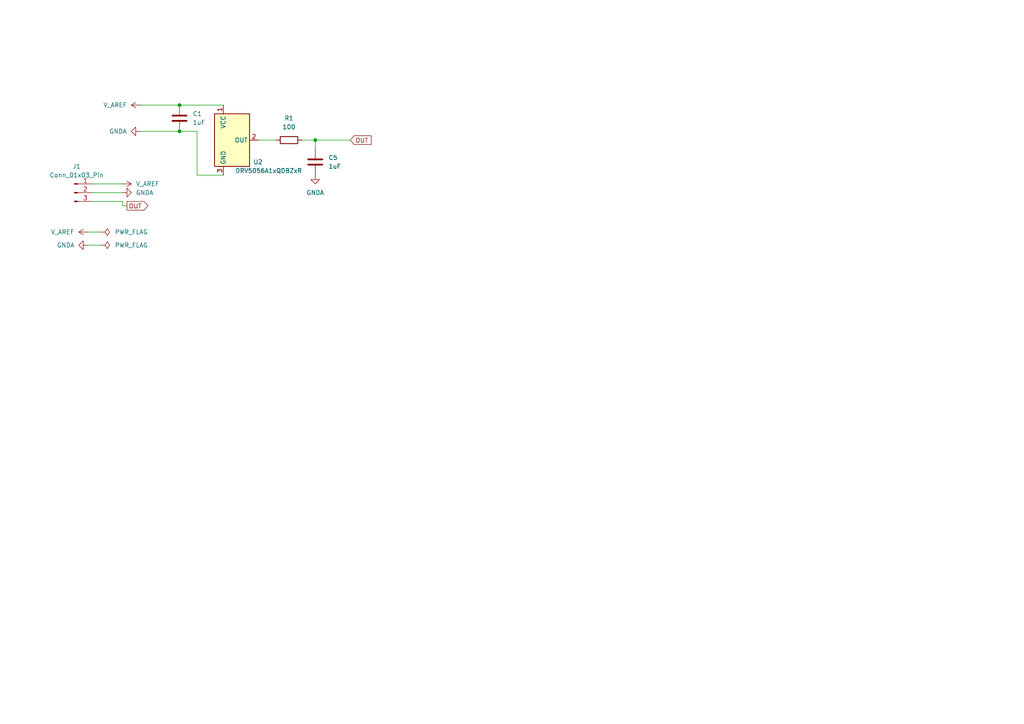
<source format=kicad_sch>
(kicad_sch
	(version 20231120)
	(generator "eeschema")
	(generator_version "8.0")
	(uuid "bc912bb6-7985-407f-bcee-658a2bff2f4b")
	(paper "A4")
	(lib_symbols
		(symbol "Connector:Conn_01x03_Pin"
			(pin_names
				(offset 1.016) hide)
			(exclude_from_sim no)
			(in_bom yes)
			(on_board yes)
			(property "Reference" "J"
				(at 0 5.08 0)
				(effects
					(font
						(size 1.27 1.27)
					)
				)
			)
			(property "Value" "Conn_01x03_Pin"
				(at 0 -5.08 0)
				(effects
					(font
						(size 1.27 1.27)
					)
				)
			)
			(property "Footprint" ""
				(at 0 0 0)
				(effects
					(font
						(size 1.27 1.27)
					)
					(hide yes)
				)
			)
			(property "Datasheet" "~"
				(at 0 0 0)
				(effects
					(font
						(size 1.27 1.27)
					)
					(hide yes)
				)
			)
			(property "Description" "Generic connector, single row, 01x03, script generated"
				(at 0 0 0)
				(effects
					(font
						(size 1.27 1.27)
					)
					(hide yes)
				)
			)
			(property "ki_locked" ""
				(at 0 0 0)
				(effects
					(font
						(size 1.27 1.27)
					)
				)
			)
			(property "ki_keywords" "connector"
				(at 0 0 0)
				(effects
					(font
						(size 1.27 1.27)
					)
					(hide yes)
				)
			)
			(property "ki_fp_filters" "Connector*:*_1x??_*"
				(at 0 0 0)
				(effects
					(font
						(size 1.27 1.27)
					)
					(hide yes)
				)
			)
			(symbol "Conn_01x03_Pin_1_1"
				(polyline
					(pts
						(xy 1.27 -2.54) (xy 0.8636 -2.54)
					)
					(stroke
						(width 0.1524)
						(type default)
					)
					(fill
						(type none)
					)
				)
				(polyline
					(pts
						(xy 1.27 0) (xy 0.8636 0)
					)
					(stroke
						(width 0.1524)
						(type default)
					)
					(fill
						(type none)
					)
				)
				(polyline
					(pts
						(xy 1.27 2.54) (xy 0.8636 2.54)
					)
					(stroke
						(width 0.1524)
						(type default)
					)
					(fill
						(type none)
					)
				)
				(rectangle
					(start 0.8636 -2.413)
					(end 0 -2.667)
					(stroke
						(width 0.1524)
						(type default)
					)
					(fill
						(type outline)
					)
				)
				(rectangle
					(start 0.8636 0.127)
					(end 0 -0.127)
					(stroke
						(width 0.1524)
						(type default)
					)
					(fill
						(type outline)
					)
				)
				(rectangle
					(start 0.8636 2.667)
					(end 0 2.413)
					(stroke
						(width 0.1524)
						(type default)
					)
					(fill
						(type outline)
					)
				)
				(pin passive line
					(at 5.08 2.54 180)
					(length 3.81)
					(name "Pin_1"
						(effects
							(font
								(size 1.27 1.27)
							)
						)
					)
					(number "1"
						(effects
							(font
								(size 1.27 1.27)
							)
						)
					)
				)
				(pin passive line
					(at 5.08 0 180)
					(length 3.81)
					(name "Pin_2"
						(effects
							(font
								(size 1.27 1.27)
							)
						)
					)
					(number "2"
						(effects
							(font
								(size 1.27 1.27)
							)
						)
					)
				)
				(pin passive line
					(at 5.08 -2.54 180)
					(length 3.81)
					(name "Pin_3"
						(effects
							(font
								(size 1.27 1.27)
							)
						)
					)
					(number "3"
						(effects
							(font
								(size 1.27 1.27)
							)
						)
					)
				)
			)
		)
		(symbol "Device:C"
			(pin_numbers hide)
			(pin_names
				(offset 0.254)
			)
			(exclude_from_sim no)
			(in_bom yes)
			(on_board yes)
			(property "Reference" "C"
				(at 0.635 2.54 0)
				(effects
					(font
						(size 1.27 1.27)
					)
					(justify left)
				)
			)
			(property "Value" "C"
				(at 0.635 -2.54 0)
				(effects
					(font
						(size 1.27 1.27)
					)
					(justify left)
				)
			)
			(property "Footprint" ""
				(at 0.9652 -3.81 0)
				(effects
					(font
						(size 1.27 1.27)
					)
					(hide yes)
				)
			)
			(property "Datasheet" "~"
				(at 0 0 0)
				(effects
					(font
						(size 1.27 1.27)
					)
					(hide yes)
				)
			)
			(property "Description" "Unpolarized capacitor"
				(at 0 0 0)
				(effects
					(font
						(size 1.27 1.27)
					)
					(hide yes)
				)
			)
			(property "ki_keywords" "cap capacitor"
				(at 0 0 0)
				(effects
					(font
						(size 1.27 1.27)
					)
					(hide yes)
				)
			)
			(property "ki_fp_filters" "C_*"
				(at 0 0 0)
				(effects
					(font
						(size 1.27 1.27)
					)
					(hide yes)
				)
			)
			(symbol "C_0_1"
				(polyline
					(pts
						(xy -2.032 -0.762) (xy 2.032 -0.762)
					)
					(stroke
						(width 0.508)
						(type default)
					)
					(fill
						(type none)
					)
				)
				(polyline
					(pts
						(xy -2.032 0.762) (xy 2.032 0.762)
					)
					(stroke
						(width 0.508)
						(type default)
					)
					(fill
						(type none)
					)
				)
			)
			(symbol "C_1_1"
				(pin passive line
					(at 0 3.81 270)
					(length 2.794)
					(name "~"
						(effects
							(font
								(size 1.27 1.27)
							)
						)
					)
					(number "1"
						(effects
							(font
								(size 1.27 1.27)
							)
						)
					)
				)
				(pin passive line
					(at 0 -3.81 90)
					(length 2.794)
					(name "~"
						(effects
							(font
								(size 1.27 1.27)
							)
						)
					)
					(number "2"
						(effects
							(font
								(size 1.27 1.27)
							)
						)
					)
				)
			)
		)
		(symbol "Device:R"
			(pin_numbers hide)
			(pin_names
				(offset 0)
			)
			(exclude_from_sim no)
			(in_bom yes)
			(on_board yes)
			(property "Reference" "R"
				(at 2.032 0 90)
				(effects
					(font
						(size 1.27 1.27)
					)
				)
			)
			(property "Value" "R"
				(at 0 0 90)
				(effects
					(font
						(size 1.27 1.27)
					)
				)
			)
			(property "Footprint" ""
				(at -1.778 0 90)
				(effects
					(font
						(size 1.27 1.27)
					)
					(hide yes)
				)
			)
			(property "Datasheet" "~"
				(at 0 0 0)
				(effects
					(font
						(size 1.27 1.27)
					)
					(hide yes)
				)
			)
			(property "Description" "Resistor"
				(at 0 0 0)
				(effects
					(font
						(size 1.27 1.27)
					)
					(hide yes)
				)
			)
			(property "ki_keywords" "R res resistor"
				(at 0 0 0)
				(effects
					(font
						(size 1.27 1.27)
					)
					(hide yes)
				)
			)
			(property "ki_fp_filters" "R_*"
				(at 0 0 0)
				(effects
					(font
						(size 1.27 1.27)
					)
					(hide yes)
				)
			)
			(symbol "R_0_1"
				(rectangle
					(start -1.016 -2.54)
					(end 1.016 2.54)
					(stroke
						(width 0.254)
						(type default)
					)
					(fill
						(type none)
					)
				)
			)
			(symbol "R_1_1"
				(pin passive line
					(at 0 3.81 270)
					(length 1.27)
					(name "~"
						(effects
							(font
								(size 1.27 1.27)
							)
						)
					)
					(number "1"
						(effects
							(font
								(size 1.27 1.27)
							)
						)
					)
				)
				(pin passive line
					(at 0 -3.81 90)
					(length 1.27)
					(name "~"
						(effects
							(font
								(size 1.27 1.27)
							)
						)
					)
					(number "2"
						(effects
							(font
								(size 1.27 1.27)
							)
						)
					)
				)
			)
		)
		(symbol "power:GNDA"
			(power)
			(pin_numbers hide)
			(pin_names
				(offset 0) hide)
			(exclude_from_sim no)
			(in_bom yes)
			(on_board yes)
			(property "Reference" "#PWR"
				(at 0 -6.35 0)
				(effects
					(font
						(size 1.27 1.27)
					)
					(hide yes)
				)
			)
			(property "Value" "GNDA"
				(at 0 -3.81 0)
				(effects
					(font
						(size 1.27 1.27)
					)
				)
			)
			(property "Footprint" ""
				(at 0 0 0)
				(effects
					(font
						(size 1.27 1.27)
					)
					(hide yes)
				)
			)
			(property "Datasheet" ""
				(at 0 0 0)
				(effects
					(font
						(size 1.27 1.27)
					)
					(hide yes)
				)
			)
			(property "Description" "Power symbol creates a global label with name \"GNDA\" , analog ground"
				(at 0 0 0)
				(effects
					(font
						(size 1.27 1.27)
					)
					(hide yes)
				)
			)
			(property "ki_keywords" "global power"
				(at 0 0 0)
				(effects
					(font
						(size 1.27 1.27)
					)
					(hide yes)
				)
			)
			(symbol "GNDA_0_1"
				(polyline
					(pts
						(xy 0 0) (xy 0 -1.27) (xy 1.27 -1.27) (xy 0 -2.54) (xy -1.27 -1.27) (xy 0 -1.27)
					)
					(stroke
						(width 0)
						(type default)
					)
					(fill
						(type none)
					)
				)
			)
			(symbol "GNDA_1_1"
				(pin power_in line
					(at 0 0 270)
					(length 0)
					(name "~"
						(effects
							(font
								(size 1.27 1.27)
							)
						)
					)
					(number "1"
						(effects
							(font
								(size 1.27 1.27)
							)
						)
					)
				)
			)
		)
		(symbol "power:PWR_FLAG"
			(power)
			(pin_numbers hide)
			(pin_names
				(offset 0) hide)
			(exclude_from_sim no)
			(in_bom yes)
			(on_board yes)
			(property "Reference" "#FLG"
				(at 0 1.905 0)
				(effects
					(font
						(size 1.27 1.27)
					)
					(hide yes)
				)
			)
			(property "Value" "PWR_FLAG"
				(at 0 3.81 0)
				(effects
					(font
						(size 1.27 1.27)
					)
				)
			)
			(property "Footprint" ""
				(at 0 0 0)
				(effects
					(font
						(size 1.27 1.27)
					)
					(hide yes)
				)
			)
			(property "Datasheet" "~"
				(at 0 0 0)
				(effects
					(font
						(size 1.27 1.27)
					)
					(hide yes)
				)
			)
			(property "Description" "Special symbol for telling ERC where power comes from"
				(at 0 0 0)
				(effects
					(font
						(size 1.27 1.27)
					)
					(hide yes)
				)
			)
			(property "ki_keywords" "flag power"
				(at 0 0 0)
				(effects
					(font
						(size 1.27 1.27)
					)
					(hide yes)
				)
			)
			(symbol "PWR_FLAG_0_0"
				(pin power_out line
					(at 0 0 90)
					(length 0)
					(name "~"
						(effects
							(font
								(size 1.27 1.27)
							)
						)
					)
					(number "1"
						(effects
							(font
								(size 1.27 1.27)
							)
						)
					)
				)
			)
			(symbol "PWR_FLAG_0_1"
				(polyline
					(pts
						(xy 0 0) (xy 0 1.27) (xy -1.016 1.905) (xy 0 2.54) (xy 1.016 1.905) (xy 0 1.27)
					)
					(stroke
						(width 0)
						(type default)
					)
					(fill
						(type none)
					)
				)
			)
		)
		(symbol "power:VDD"
			(power)
			(pin_numbers hide)
			(pin_names
				(offset 0) hide)
			(exclude_from_sim no)
			(in_bom yes)
			(on_board yes)
			(property "Reference" "#PWR"
				(at 0 -3.81 0)
				(effects
					(font
						(size 1.27 1.27)
					)
					(hide yes)
				)
			)
			(property "Value" "VDD"
				(at 0 3.556 0)
				(effects
					(font
						(size 1.27 1.27)
					)
				)
			)
			(property "Footprint" ""
				(at 0 0 0)
				(effects
					(font
						(size 1.27 1.27)
					)
					(hide yes)
				)
			)
			(property "Datasheet" ""
				(at 0 0 0)
				(effects
					(font
						(size 1.27 1.27)
					)
					(hide yes)
				)
			)
			(property "Description" "Power symbol creates a global label with name \"VDD\""
				(at 0 0 0)
				(effects
					(font
						(size 1.27 1.27)
					)
					(hide yes)
				)
			)
			(property "ki_keywords" "global power"
				(at 0 0 0)
				(effects
					(font
						(size 1.27 1.27)
					)
					(hide yes)
				)
			)
			(symbol "VDD_0_1"
				(polyline
					(pts
						(xy -0.762 1.27) (xy 0 2.54)
					)
					(stroke
						(width 0)
						(type default)
					)
					(fill
						(type none)
					)
				)
				(polyline
					(pts
						(xy 0 0) (xy 0 2.54)
					)
					(stroke
						(width 0)
						(type default)
					)
					(fill
						(type none)
					)
				)
				(polyline
					(pts
						(xy 0 2.54) (xy 0.762 1.27)
					)
					(stroke
						(width 0)
						(type default)
					)
					(fill
						(type none)
					)
				)
			)
			(symbol "VDD_1_1"
				(pin power_in line
					(at 0 0 90)
					(length 0)
					(name "~"
						(effects
							(font
								(size 1.27 1.27)
							)
						)
					)
					(number "1"
						(effects
							(font
								(size 1.27 1.27)
							)
						)
					)
				)
			)
		)
		(symbol "udong_library:DRV5056A1xQDBZxR"
			(exclude_from_sim no)
			(in_bom yes)
			(on_board yes)
			(property "Reference" "U"
				(at 0.508 9.906 0)
				(effects
					(font
						(size 1.27 1.27)
					)
				)
			)
			(property "Value" "DRV5056A1xQDBZxR"
				(at 7.874 -9.144 0)
				(effects
					(font
						(size 1.27 1.27)
					)
				)
			)
			(property "Footprint" "Package_TO_SOT_SMD:SOT-23"
				(at -10.16 -17.78 0)
				(effects
					(font
						(size 1.27 1.27)
					)
					(hide yes)
				)
			)
			(property "Datasheet" "https://www.ti.com/lit/ds/symlink/drv5056.pdf"
				(at -1.27 -20.32 0)
				(effects
					(font
						(size 1.27 1.27)
					)
					(hide yes)
				)
			)
			(property "Description" "Unipolar 200 mV/mT,+20-mT, 20-kHz, 3.3/5V, SOT-23"
				(at 3.81 -22.86 0)
				(effects
					(font
						(size 1.27 1.27)
					)
					(hide yes)
				)
			)
			(property "ki_keywords" "Unipolar Ratiometric Linear Hall Effect Sensor"
				(at 0 0 0)
				(effects
					(font
						(size 1.27 1.27)
					)
					(hide yes)
				)
			)
			(property "ki_fp_filters" "SOT?23*"
				(at 0 0 0)
				(effects
					(font
						(size 1.27 1.27)
					)
					(hide yes)
				)
			)
			(symbol "DRV5056A1xQDBZxR_1_1"
				(rectangle
					(start -5.08 7.62)
					(end 5.08 -7.62)
					(stroke
						(width 0.254)
						(type default)
					)
					(fill
						(type background)
					)
				)
				(pin power_in line
					(at -2.54 10.16 270)
					(length 2.54)
					(name "VCC"
						(effects
							(font
								(size 1.27 1.27)
							)
						)
					)
					(number "1"
						(effects
							(font
								(size 1.27 1.27)
							)
						)
					)
				)
				(pin output line
					(at 7.62 0 180)
					(length 2.54)
					(name "OUT"
						(effects
							(font
								(size 1.27 1.27)
							)
						)
					)
					(number "2"
						(effects
							(font
								(size 1.27 1.27)
							)
						)
					)
				)
				(pin power_in line
					(at -2.54 -10.16 90)
					(length 2.54)
					(name "GND"
						(effects
							(font
								(size 1.27 1.27)
							)
						)
					)
					(number "3"
						(effects
							(font
								(size 1.27 1.27)
							)
						)
					)
				)
			)
		)
	)
	(junction
		(at 52.07 38.1)
		(diameter 0)
		(color 0 0 0 0)
		(uuid "343cd122-adcd-4843-bce7-1784a7c5ae73")
	)
	(junction
		(at 91.44 40.64)
		(diameter 0)
		(color 0 0 0 0)
		(uuid "d9f796d3-3320-49e9-a010-33845cd3b89c")
	)
	(junction
		(at 52.07 30.48)
		(diameter 0)
		(color 0 0 0 0)
		(uuid "f70be477-8e2d-49d9-945b-4527dde60d84")
	)
	(wire
		(pts
			(xy 36.83 59.69) (xy 35.56 59.69)
		)
		(stroke
			(width 0)
			(type default)
		)
		(uuid "12f11a73-0a5f-45d7-87ab-ea405a86b0d7")
	)
	(wire
		(pts
			(xy 29.21 67.31) (xy 25.4 67.31)
		)
		(stroke
			(width 0)
			(type default)
		)
		(uuid "14cbeaff-d75b-40ff-9bf8-9bf6aeb564b3")
	)
	(wire
		(pts
			(xy 29.21 71.12) (xy 25.4 71.12)
		)
		(stroke
			(width 0)
			(type default)
		)
		(uuid "2c8c7f30-1da0-420b-95d5-b62290a0a5f2")
	)
	(wire
		(pts
			(xy 91.44 40.64) (xy 101.6 40.64)
		)
		(stroke
			(width 0)
			(type default)
		)
		(uuid "36bfd8d5-81cc-4fac-9cb5-58e0bc5eb1dc")
	)
	(wire
		(pts
			(xy 64.77 30.48) (xy 52.07 30.48)
		)
		(stroke
			(width 0)
			(type default)
		)
		(uuid "3b727867-2ffa-467a-b40e-bbe7e457c881")
	)
	(wire
		(pts
			(xy 74.93 40.64) (xy 80.01 40.64)
		)
		(stroke
			(width 0)
			(type default)
		)
		(uuid "64fd3b43-99b6-4e9a-a319-97219902f9c7")
	)
	(wire
		(pts
			(xy 91.44 40.64) (xy 91.44 43.18)
		)
		(stroke
			(width 0)
			(type default)
		)
		(uuid "69589cad-c7e5-4004-abc1-b370ed43ca56")
	)
	(wire
		(pts
			(xy 57.15 38.1) (xy 57.15 50.8)
		)
		(stroke
			(width 0)
			(type default)
		)
		(uuid "99ab156a-4663-448c-8bc6-a643edcb1258")
	)
	(wire
		(pts
			(xy 57.15 50.8) (xy 64.77 50.8)
		)
		(stroke
			(width 0)
			(type default)
		)
		(uuid "9a2b7418-80e5-4cac-ab42-e2e49a0a7c6b")
	)
	(wire
		(pts
			(xy 52.07 30.48) (xy 40.64 30.48)
		)
		(stroke
			(width 0)
			(type default)
		)
		(uuid "bfecc9a1-b021-46db-91cc-fa7625ce6f24")
	)
	(wire
		(pts
			(xy 35.56 58.42) (xy 26.67 58.42)
		)
		(stroke
			(width 0)
			(type default)
		)
		(uuid "c4cbe976-c971-4681-912a-537132493bf9")
	)
	(wire
		(pts
			(xy 87.63 40.64) (xy 91.44 40.64)
		)
		(stroke
			(width 0)
			(type default)
		)
		(uuid "e07d0aa6-6b9e-4d77-b358-3079498131ff")
	)
	(wire
		(pts
			(xy 35.56 59.69) (xy 35.56 58.42)
		)
		(stroke
			(width 0)
			(type default)
		)
		(uuid "e36fe54b-6783-4ef0-a266-79d6299d7f8a")
	)
	(wire
		(pts
			(xy 26.67 53.34) (xy 35.56 53.34)
		)
		(stroke
			(width 0)
			(type default)
		)
		(uuid "e4b9a677-8781-446d-87ff-c3f322f7c6d1")
	)
	(wire
		(pts
			(xy 52.07 38.1) (xy 57.15 38.1)
		)
		(stroke
			(width 0)
			(type default)
		)
		(uuid "eae0106e-dcee-46ec-a5ad-17467d0dd34b")
	)
	(wire
		(pts
			(xy 40.64 38.1) (xy 52.07 38.1)
		)
		(stroke
			(width 0)
			(type default)
		)
		(uuid "f55bb625-9c0f-4605-a8b9-7815e76479f1")
	)
	(wire
		(pts
			(xy 26.67 55.88) (xy 35.56 55.88)
		)
		(stroke
			(width 0)
			(type default)
		)
		(uuid "faa2a000-3396-4353-a5d1-b10df4b95447")
	)
	(global_label "OUT"
		(shape input)
		(at 101.6 40.64 0)
		(fields_autoplaced yes)
		(effects
			(font
				(size 1.27 1.27)
			)
			(justify left)
		)
		(uuid "28e4c008-d1ab-4138-82bf-96549f36362b")
		(property "Intersheetrefs" "${INTERSHEET_REFS}"
			(at 108.2138 40.64 0)
			(effects
				(font
					(size 1.27 1.27)
				)
				(justify left)
				(hide yes)
			)
		)
	)
	(global_label "OUT"
		(shape output)
		(at 36.83 59.69 0)
		(fields_autoplaced yes)
		(effects
			(font
				(size 1.27 1.27)
			)
			(justify left)
		)
		(uuid "a0cffa00-ac65-4db9-bd3b-c4ca84500a84")
		(property "Intersheetrefs" "${INTERSHEET_REFS}"
			(at 43.4438 59.69 0)
			(effects
				(font
					(size 1.27 1.27)
				)
				(justify left)
				(hide yes)
			)
		)
	)
	(symbol
		(lib_id "Device:R")
		(at 83.82 40.64 90)
		(unit 1)
		(exclude_from_sim no)
		(in_bom yes)
		(on_board yes)
		(dnp no)
		(fields_autoplaced yes)
		(uuid "016b0ff7-3011-4f3c-829f-862e2baf4e88")
		(property "Reference" "R1"
			(at 83.82 34.29 90)
			(effects
				(font
					(size 1.27 1.27)
				)
			)
		)
		(property "Value" "100"
			(at 83.82 36.83 90)
			(effects
				(font
					(size 1.27 1.27)
				)
			)
		)
		(property "Footprint" "Resistor_SMD:R_0603_1608Metric"
			(at 83.82 42.418 90)
			(effects
				(font
					(size 1.27 1.27)
				)
				(hide yes)
			)
		)
		(property "Datasheet" "~"
			(at 83.82 40.64 0)
			(effects
				(font
					(size 1.27 1.27)
				)
				(hide yes)
			)
		)
		(property "Description" "Resistor"
			(at 83.82 40.64 0)
			(effects
				(font
					(size 1.27 1.27)
				)
				(hide yes)
			)
		)
		(pin "1"
			(uuid "46059e75-8049-4883-b344-b85e35dec294")
		)
		(pin "2"
			(uuid "8ea69665-d2b9-48ff-8bf8-9f1cf5409789")
		)
		(instances
			(project ""
				(path "/bc912bb6-7985-407f-bcee-658a2bff2f4b"
					(reference "R1")
					(unit 1)
				)
			)
		)
	)
	(symbol
		(lib_id "power:GNDA")
		(at 91.44 50.8 0)
		(unit 1)
		(exclude_from_sim no)
		(in_bom yes)
		(on_board yes)
		(dnp no)
		(fields_autoplaced yes)
		(uuid "083b6fe2-6b95-4722-aa48-a8eb553ea79d")
		(property "Reference" "#PWR017"
			(at 91.44 57.15 0)
			(effects
				(font
					(size 1.27 1.27)
				)
				(hide yes)
			)
		)
		(property "Value" "GNDA"
			(at 91.44 55.88 0)
			(effects
				(font
					(size 1.27 1.27)
				)
			)
		)
		(property "Footprint" ""
			(at 91.44 50.8 0)
			(effects
				(font
					(size 1.27 1.27)
				)
				(hide yes)
			)
		)
		(property "Datasheet" ""
			(at 91.44 50.8 0)
			(effects
				(font
					(size 1.27 1.27)
				)
				(hide yes)
			)
		)
		(property "Description" "Power symbol creates a global label with name \"GNDA\" , analog ground"
			(at 91.44 50.8 0)
			(effects
				(font
					(size 1.27 1.27)
				)
				(hide yes)
			)
		)
		(pin "1"
			(uuid "1e1dc95c-ff83-40c2-ac41-59bd1c6f2587")
		)
		(instances
			(project "analog_switch_tester"
				(path "/bc912bb6-7985-407f-bcee-658a2bff2f4b"
					(reference "#PWR017")
					(unit 1)
				)
			)
		)
	)
	(symbol
		(lib_id "udong_library:DRV5056A1xQDBZxR")
		(at 67.31 40.64 0)
		(unit 1)
		(exclude_from_sim no)
		(in_bom yes)
		(on_board yes)
		(dnp no)
		(uuid "27cdad48-be75-446a-a7af-559dd05c4cd6")
		(property "Reference" "U2"
			(at 76.2 46.99 0)
			(effects
				(font
					(size 1.27 1.27)
				)
				(justify right)
			)
		)
		(property "Value" "DRV5056A1xQDBZxR"
			(at 87.63 49.53 0)
			(effects
				(font
					(size 1.27 1.27)
				)
				(justify right)
			)
		)
		(property "Footprint" "Udong:SW_Cherry_MX_PCB_1.00u_hall_effect"
			(at 57.15 58.42 0)
			(effects
				(font
					(size 1.27 1.27)
				)
				(hide yes)
			)
		)
		(property "Datasheet" "https://www.ti.com/lit/ds/symlink/drv5056.pdf"
			(at 66.04 60.96 0)
			(effects
				(font
					(size 1.27 1.27)
				)
				(hide yes)
			)
		)
		(property "Description" "Unipolar 200 mV/mT,+20-mT, 20-kHz, 3.3/5V, SOT-23"
			(at 71.12 63.5 0)
			(effects
				(font
					(size 1.27 1.27)
				)
				(hide yes)
			)
		)
		(pin "2"
			(uuid "089a71f5-9be4-40dd-a266-2c088bba0a4e")
		)
		(pin "1"
			(uuid "bf7d23c6-17d9-4dc7-8e5c-ee4b6e451409")
		)
		(pin "3"
			(uuid "750bda0f-3e3e-4c4f-aedc-7dd966d4a8ac")
		)
		(instances
			(project "analog_switch_tester"
				(path "/bc912bb6-7985-407f-bcee-658a2bff2f4b"
					(reference "U2")
					(unit 1)
				)
			)
		)
	)
	(symbol
		(lib_id "power:GNDA")
		(at 40.64 38.1 270)
		(unit 1)
		(exclude_from_sim no)
		(in_bom yes)
		(on_board yes)
		(dnp no)
		(fields_autoplaced yes)
		(uuid "46011afd-eac3-419d-93b3-b076c60dbe0a")
		(property "Reference" "#PWR010"
			(at 34.29 38.1 0)
			(effects
				(font
					(size 1.27 1.27)
				)
				(hide yes)
			)
		)
		(property "Value" "GNDA"
			(at 36.83 38.1001 90)
			(effects
				(font
					(size 1.27 1.27)
				)
				(justify right)
			)
		)
		(property "Footprint" ""
			(at 40.64 38.1 0)
			(effects
				(font
					(size 1.27 1.27)
				)
				(hide yes)
			)
		)
		(property "Datasheet" ""
			(at 40.64 38.1 0)
			(effects
				(font
					(size 1.27 1.27)
				)
				(hide yes)
			)
		)
		(property "Description" "Power symbol creates a global label with name \"GNDA\" , analog ground"
			(at 40.64 38.1 0)
			(effects
				(font
					(size 1.27 1.27)
				)
				(hide yes)
			)
		)
		(pin "1"
			(uuid "b6719210-c465-49bf-a610-8c2d6c756c61")
		)
		(instances
			(project "analog_switch_tester"
				(path "/bc912bb6-7985-407f-bcee-658a2bff2f4b"
					(reference "#PWR010")
					(unit 1)
				)
			)
		)
	)
	(symbol
		(lib_id "power:VDD")
		(at 25.4 67.31 90)
		(unit 1)
		(exclude_from_sim no)
		(in_bom yes)
		(on_board yes)
		(dnp no)
		(uuid "492af6ea-0cf5-4040-805b-8cb64a812d47")
		(property "Reference" "#PWR022"
			(at 29.21 67.31 0)
			(effects
				(font
					(size 1.27 1.27)
				)
				(hide yes)
			)
		)
		(property "Value" "V_AREF"
			(at 21.59 67.3101 90)
			(effects
				(font
					(size 1.27 1.27)
				)
				(justify left)
			)
		)
		(property "Footprint" ""
			(at 25.4 67.31 0)
			(effects
				(font
					(size 1.27 1.27)
				)
				(hide yes)
			)
		)
		(property "Datasheet" ""
			(at 25.4 67.31 0)
			(effects
				(font
					(size 1.27 1.27)
				)
				(hide yes)
			)
		)
		(property "Description" "Power symbol creates a global label with name \"VDD\""
			(at 25.4 67.31 0)
			(effects
				(font
					(size 1.27 1.27)
				)
				(hide yes)
			)
		)
		(pin "1"
			(uuid "914344f4-3c20-4671-bad9-2cee2b00eadb")
		)
		(instances
			(project "analog_switch_tester"
				(path "/bc912bb6-7985-407f-bcee-658a2bff2f4b"
					(reference "#PWR022")
					(unit 1)
				)
			)
		)
	)
	(symbol
		(lib_id "power:VDD")
		(at 40.64 30.48 90)
		(unit 1)
		(exclude_from_sim no)
		(in_bom yes)
		(on_board yes)
		(dnp no)
		(uuid "4bc905c3-e5a8-47ba-a2e6-b14d27663b23")
		(property "Reference" "#PWR09"
			(at 44.45 30.48 0)
			(effects
				(font
					(size 1.27 1.27)
				)
				(hide yes)
			)
		)
		(property "Value" "V_AREF"
			(at 36.83 30.4801 90)
			(effects
				(font
					(size 1.27 1.27)
				)
				(justify left)
			)
		)
		(property "Footprint" ""
			(at 40.64 30.48 0)
			(effects
				(font
					(size 1.27 1.27)
				)
				(hide yes)
			)
		)
		(property "Datasheet" ""
			(at 40.64 30.48 0)
			(effects
				(font
					(size 1.27 1.27)
				)
				(hide yes)
			)
		)
		(property "Description" "Power symbol creates a global label with name \"VDD\""
			(at 40.64 30.48 0)
			(effects
				(font
					(size 1.27 1.27)
				)
				(hide yes)
			)
		)
		(pin "1"
			(uuid "da747939-d479-4973-866f-4120947620a7")
		)
		(instances
			(project "analog_switch_tester"
				(path "/bc912bb6-7985-407f-bcee-658a2bff2f4b"
					(reference "#PWR09")
					(unit 1)
				)
			)
		)
	)
	(symbol
		(lib_id "Device:C")
		(at 91.44 46.99 180)
		(unit 1)
		(exclude_from_sim no)
		(in_bom yes)
		(on_board yes)
		(dnp no)
		(fields_autoplaced yes)
		(uuid "54bc1d29-c140-4897-b87a-a885d6b31397")
		(property "Reference" "C5"
			(at 95.25 45.7199 0)
			(effects
				(font
					(size 1.27 1.27)
				)
				(justify right)
			)
		)
		(property "Value" "1uF"
			(at 95.25 48.2599 0)
			(effects
				(font
					(size 1.27 1.27)
				)
				(justify right)
			)
		)
		(property "Footprint" "Capacitor_SMD:C_0603_1608Metric"
			(at 90.4748 43.18 0)
			(effects
				(font
					(size 1.27 1.27)
				)
				(hide yes)
			)
		)
		(property "Datasheet" "~"
			(at 91.44 46.99 0)
			(effects
				(font
					(size 1.27 1.27)
				)
				(hide yes)
			)
		)
		(property "Description" "Unpolarized capacitor"
			(at 91.44 46.99 0)
			(effects
				(font
					(size 1.27 1.27)
				)
				(hide yes)
			)
		)
		(pin "2"
			(uuid "87d3542d-0c7e-400f-805e-1af47a76098c")
		)
		(pin "1"
			(uuid "0bf80183-bfb3-4920-9909-9fd98e6926e3")
		)
		(instances
			(project ""
				(path "/bc912bb6-7985-407f-bcee-658a2bff2f4b"
					(reference "C5")
					(unit 1)
				)
			)
		)
	)
	(symbol
		(lib_id "power:PWR_FLAG")
		(at 29.21 71.12 270)
		(unit 1)
		(exclude_from_sim no)
		(in_bom yes)
		(on_board yes)
		(dnp no)
		(uuid "6a1ffe2a-32e9-4531-874b-57a1a9abb0dd")
		(property "Reference" "#FLG08"
			(at 31.115 71.12 0)
			(effects
				(font
					(size 1.27 1.27)
				)
				(hide yes)
			)
		)
		(property "Value" "PWR_FLAG"
			(at 38.1 71.12 90)
			(effects
				(font
					(size 1.27 1.27)
				)
			)
		)
		(property "Footprint" ""
			(at 29.21 71.12 0)
			(effects
				(font
					(size 1.27 1.27)
				)
				(hide yes)
			)
		)
		(property "Datasheet" "~"
			(at 29.21 71.12 0)
			(effects
				(font
					(size 1.27 1.27)
				)
				(hide yes)
			)
		)
		(property "Description" "Special symbol for telling ERC where power comes from"
			(at 29.21 71.12 0)
			(effects
				(font
					(size 1.27 1.27)
				)
				(hide yes)
			)
		)
		(pin "1"
			(uuid "3e991bcf-067d-4cca-b6e6-9a987a677ca8")
		)
		(instances
			(project "analog_switch_tester"
				(path "/bc912bb6-7985-407f-bcee-658a2bff2f4b"
					(reference "#FLG08")
					(unit 1)
				)
			)
		)
	)
	(symbol
		(lib_id "power:GNDA")
		(at 25.4 71.12 270)
		(unit 1)
		(exclude_from_sim no)
		(in_bom yes)
		(on_board yes)
		(dnp no)
		(uuid "757f966b-ae3f-4678-a826-8d292cb125b4")
		(property "Reference" "#PWR024"
			(at 19.05 71.12 0)
			(effects
				(font
					(size 1.27 1.27)
				)
				(hide yes)
			)
		)
		(property "Value" "GNDA"
			(at 19.05 71.12 90)
			(effects
				(font
					(size 1.27 1.27)
				)
			)
		)
		(property "Footprint" ""
			(at 25.4 71.12 0)
			(effects
				(font
					(size 1.27 1.27)
				)
				(hide yes)
			)
		)
		(property "Datasheet" ""
			(at 25.4 71.12 0)
			(effects
				(font
					(size 1.27 1.27)
				)
				(hide yes)
			)
		)
		(property "Description" "Power symbol creates a global label with name \"GNDA\" , analog ground"
			(at 25.4 71.12 0)
			(effects
				(font
					(size 1.27 1.27)
				)
				(hide yes)
			)
		)
		(pin "1"
			(uuid "1cae0bce-77b0-46ac-ad42-cd4c70c79625")
		)
		(instances
			(project "analog_switch_tester"
				(path "/bc912bb6-7985-407f-bcee-658a2bff2f4b"
					(reference "#PWR024")
					(unit 1)
				)
			)
		)
	)
	(symbol
		(lib_id "power:PWR_FLAG")
		(at 29.21 67.31 270)
		(unit 1)
		(exclude_from_sim no)
		(in_bom yes)
		(on_board yes)
		(dnp no)
		(uuid "9696cfa3-d5cb-4fb2-8cfc-17dc9e9c5c22")
		(property "Reference" "#FLG06"
			(at 31.115 67.31 0)
			(effects
				(font
					(size 1.27 1.27)
				)
				(hide yes)
			)
		)
		(property "Value" "PWR_FLAG"
			(at 38.1 67.31 90)
			(effects
				(font
					(size 1.27 1.27)
				)
			)
		)
		(property "Footprint" ""
			(at 29.21 67.31 0)
			(effects
				(font
					(size 1.27 1.27)
				)
				(hide yes)
			)
		)
		(property "Datasheet" "~"
			(at 29.21 67.31 0)
			(effects
				(font
					(size 1.27 1.27)
				)
				(hide yes)
			)
		)
		(property "Description" "Special symbol for telling ERC where power comes from"
			(at 29.21 67.31 0)
			(effects
				(font
					(size 1.27 1.27)
				)
				(hide yes)
			)
		)
		(pin "1"
			(uuid "331bf000-2b0e-4ccf-8feb-de74b18a3624")
		)
		(instances
			(project "analog_switch_tester"
				(path "/bc912bb6-7985-407f-bcee-658a2bff2f4b"
					(reference "#FLG06")
					(unit 1)
				)
			)
		)
	)
	(symbol
		(lib_id "Device:C")
		(at 52.07 34.29 180)
		(unit 1)
		(exclude_from_sim no)
		(in_bom yes)
		(on_board yes)
		(dnp no)
		(fields_autoplaced yes)
		(uuid "adfbddb2-e61a-4004-bb32-d11d639d5d50")
		(property "Reference" "C1"
			(at 55.88 33.0199 0)
			(effects
				(font
					(size 1.27 1.27)
				)
				(justify right)
			)
		)
		(property "Value" "1uF"
			(at 55.88 35.5599 0)
			(effects
				(font
					(size 1.27 1.27)
				)
				(justify right)
			)
		)
		(property "Footprint" "Capacitor_SMD:C_0603_1608Metric"
			(at 51.1048 30.48 0)
			(effects
				(font
					(size 1.27 1.27)
				)
				(hide yes)
			)
		)
		(property "Datasheet" "~"
			(at 52.07 34.29 0)
			(effects
				(font
					(size 1.27 1.27)
				)
				(hide yes)
			)
		)
		(property "Description" "Unpolarized capacitor"
			(at 52.07 34.29 0)
			(effects
				(font
					(size 1.27 1.27)
				)
				(hide yes)
			)
		)
		(pin "1"
			(uuid "2c157218-79e1-4607-90e4-17bc4eee974a")
		)
		(pin "2"
			(uuid "694c1454-3257-47ce-8855-5355a3d32f33")
		)
		(instances
			(project "analog_switch_tester"
				(path "/bc912bb6-7985-407f-bcee-658a2bff2f4b"
					(reference "C1")
					(unit 1)
				)
			)
		)
	)
	(symbol
		(lib_id "Connector:Conn_01x03_Pin")
		(at 21.59 55.88 0)
		(unit 1)
		(exclude_from_sim no)
		(in_bom yes)
		(on_board yes)
		(dnp no)
		(fields_autoplaced yes)
		(uuid "b3295a27-dc4c-44d7-950e-963d02956db0")
		(property "Reference" "J1"
			(at 22.225 48.26 0)
			(effects
				(font
					(size 1.27 1.27)
				)
			)
		)
		(property "Value" "Conn_01x03_Pin"
			(at 22.225 50.8 0)
			(effects
				(font
					(size 1.27 1.27)
				)
			)
		)
		(property "Footprint" "Connector_PinHeader_1.00mm:PinHeader_1x03_P1.00mm_Horizontal"
			(at 21.59 55.88 0)
			(effects
				(font
					(size 1.27 1.27)
				)
				(hide yes)
			)
		)
		(property "Datasheet" "~"
			(at 21.59 55.88 0)
			(effects
				(font
					(size 1.27 1.27)
				)
				(hide yes)
			)
		)
		(property "Description" "Generic connector, single row, 01x03, script generated"
			(at 21.59 55.88 0)
			(effects
				(font
					(size 1.27 1.27)
				)
				(hide yes)
			)
		)
		(pin "1"
			(uuid "94ad3415-b0c3-4d2b-895b-9fab4ad12441")
		)
		(pin "3"
			(uuid "d74cd33e-219a-4eb8-a083-c70b1daccf60")
		)
		(pin "2"
			(uuid "0cf724c3-261e-414a-bbbe-7b5ffb556740")
		)
		(instances
			(project ""
				(path "/bc912bb6-7985-407f-bcee-658a2bff2f4b"
					(reference "J1")
					(unit 1)
				)
			)
		)
	)
	(symbol
		(lib_id "power:GNDA")
		(at 35.56 55.88 90)
		(unit 1)
		(exclude_from_sim no)
		(in_bom yes)
		(on_board yes)
		(dnp no)
		(fields_autoplaced yes)
		(uuid "e315744c-7c7e-4a6d-9e2f-26b7fffe83eb")
		(property "Reference" "#PWR02"
			(at 41.91 55.88 0)
			(effects
				(font
					(size 1.27 1.27)
				)
				(hide yes)
			)
		)
		(property "Value" "GNDA"
			(at 39.37 55.8799 90)
			(effects
				(font
					(size 1.27 1.27)
				)
				(justify right)
			)
		)
		(property "Footprint" ""
			(at 35.56 55.88 0)
			(effects
				(font
					(size 1.27 1.27)
				)
				(hide yes)
			)
		)
		(property "Datasheet" ""
			(at 35.56 55.88 0)
			(effects
				(font
					(size 1.27 1.27)
				)
				(hide yes)
			)
		)
		(property "Description" "Power symbol creates a global label with name \"GNDA\" , analog ground"
			(at 35.56 55.88 0)
			(effects
				(font
					(size 1.27 1.27)
				)
				(hide yes)
			)
		)
		(pin "1"
			(uuid "703b58e7-712a-4bef-af6f-4d640dbbfd11")
		)
		(instances
			(project "analog_switch_tester"
				(path "/bc912bb6-7985-407f-bcee-658a2bff2f4b"
					(reference "#PWR02")
					(unit 1)
				)
			)
		)
	)
	(symbol
		(lib_id "power:VDD")
		(at 35.56 53.34 270)
		(unit 1)
		(exclude_from_sim no)
		(in_bom yes)
		(on_board yes)
		(dnp no)
		(uuid "f2f15c22-809b-4022-899e-59bb14612393")
		(property "Reference" "#PWR01"
			(at 31.75 53.34 0)
			(effects
				(font
					(size 1.27 1.27)
				)
				(hide yes)
			)
		)
		(property "Value" "V_AREF"
			(at 39.37 53.3399 90)
			(effects
				(font
					(size 1.27 1.27)
				)
				(justify left)
			)
		)
		(property "Footprint" ""
			(at 35.56 53.34 0)
			(effects
				(font
					(size 1.27 1.27)
				)
				(hide yes)
			)
		)
		(property "Datasheet" ""
			(at 35.56 53.34 0)
			(effects
				(font
					(size 1.27 1.27)
				)
				(hide yes)
			)
		)
		(property "Description" "Power symbol creates a global label with name \"VDD\""
			(at 35.56 53.34 0)
			(effects
				(font
					(size 1.27 1.27)
				)
				(hide yes)
			)
		)
		(pin "1"
			(uuid "5cb2ba6c-d7d3-423d-82ef-6bb0063e3c76")
		)
		(instances
			(project "analog_switch_tester"
				(path "/bc912bb6-7985-407f-bcee-658a2bff2f4b"
					(reference "#PWR01")
					(unit 1)
				)
			)
		)
	)
	(sheet_instances
		(path "/"
			(page "1")
		)
	)
)

</source>
